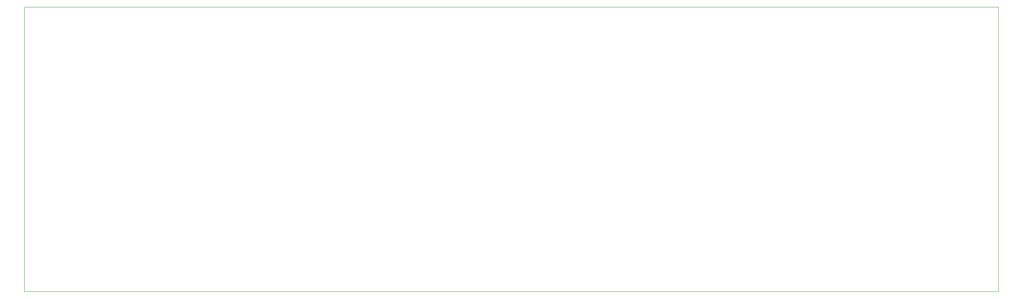
<source format=gbr>
G04 #@! TF.GenerationSoftware,KiCad,Pcbnew,7.0.1*
G04 #@! TF.CreationDate,2024-09-21T18:31:01-05:00*
G04 #@! TF.ProjectId,C128DKEYBOARD,43313238-444b-4455-9942-4f4152442e6b,3.3*
G04 #@! TF.SameCoordinates,Original*
G04 #@! TF.FileFunction,Profile,NP*
%FSLAX46Y46*%
G04 Gerber Fmt 4.6, Leading zero omitted, Abs format (unit mm)*
G04 Created by KiCad (PCBNEW 7.0.1) date 2024-09-21 18:31:01*
%MOMM*%
%LPD*%
G01*
G04 APERTURE LIST*
G04 #@! TA.AperFunction,Profile*
%ADD10C,0.150000*%
G04 #@! TD*
G04 APERTURE END LIST*
D10*
X54216300Y-123215400D02*
X116088300Y-123216000D01*
X451117300Y-123222800D02*
X134064300Y-123215400D01*
X53581300Y-250977400D02*
X53263800Y-250977400D01*
X451117300Y-123222800D02*
X491096300Y-123215400D01*
X491096300Y-126390400D02*
X491096300Y-125755400D01*
X116088300Y-123216000D02*
X134064300Y-123215400D01*
X53263800Y-250215400D02*
X53263800Y-250977400D01*
X54216300Y-123215400D02*
X53581300Y-123215400D01*
X491096300Y-250977400D02*
X491096300Y-126390400D01*
X53581300Y-250977400D02*
X491096300Y-250977400D01*
X491096300Y-123215400D02*
X491096300Y-125755400D01*
X53263800Y-123215400D02*
X53263800Y-250215400D01*
X53263800Y-123215400D02*
X53581300Y-123215400D01*
M02*

</source>
